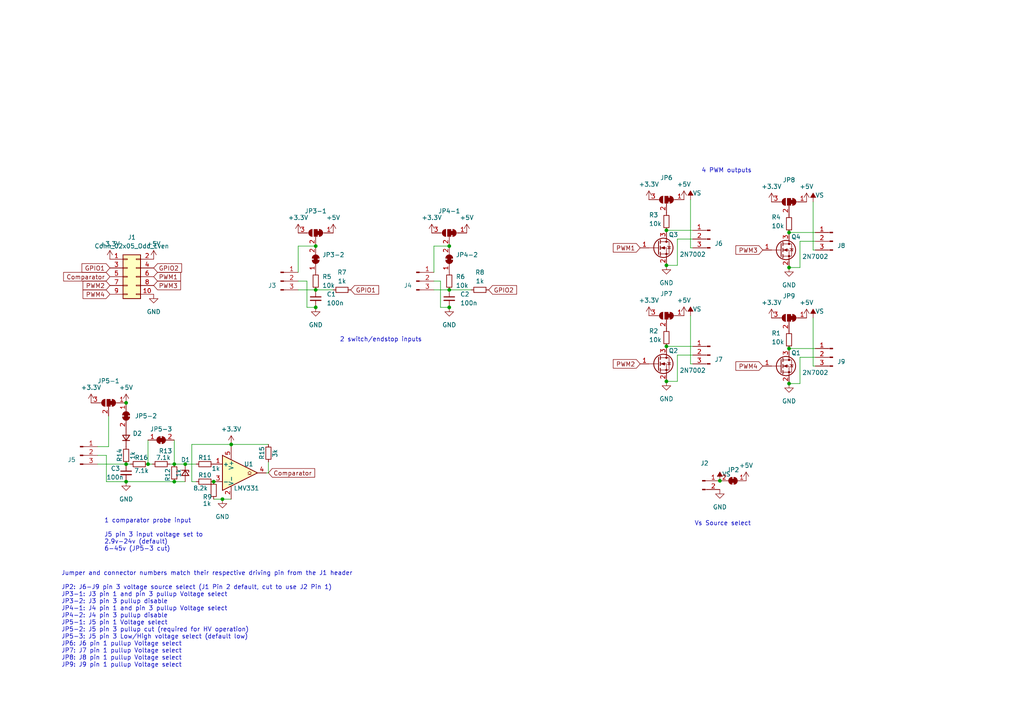
<source format=kicad_sch>
(kicad_sch (version 20230121) (generator eeschema)
  (paper "A4")
  (lib_symbols
    (symbol "Comparator:LMV331" (pin_names (offset 0.127))
      (property "Reference" "U" (at 1.27 5.08 0))
      (property "Value" "LMV331" (at 3.81 -5.08 0))
      (symbol "LMV331_0_1"
        (polyline (pts (xy -5.08 5.08) (xy 5.08 0) (xy -5.08 -5.08) (xy -5.08 5.08)) (stroke (width 0.254)) (fill (type background)))
        (polyline (pts (xy 3.302 -0.508) (xy 2.794 -0.508) (xy 3.302 0) (xy 2.794 0.508) (xy 2.286 0) (xy 2.794 -0.508) (xy 2.286 -0.508)) (stroke (width 0.127)))
      )
      (symbol "LMV331_1_1"
        (pin input line (at -7.62 2.54 0) (length 2.54) (name "+") (number "1"))
        (pin power_in line (at -2.54 -7.62 90) (length 3.81) (name "V-") (number "2"))
        (pin input line (at -7.62 -2.54 0) (length 2.54) (name "-") (number "3"))
        (pin open_collector line (at 7.62 0 180) (length 2.54) (name "~") (number "4"))
        (pin power_in line (at -2.54 7.62 270) (length 3.81) (name "V+") (number "5"))
      )
    )
    (symbol "Connector:Conn_01x02_Pin" (pin_names (offset 1.016) hide)
      (property "Reference" "J" (at 0 2.54 0))
      (property "Value" "Conn_01x02_Pin" (at 0 -5.08 0))
      (symbol "Conn_01x02_Pin_1_1"
        (polyline (pts (xy 1.27 -2.54) (xy 0.8636 -2.54)) (stroke (width 0.1524)))
        (polyline (pts (xy 1.27 0) (xy 0.8636 0)) (stroke (width 0.1524)))
        (rectangle (start 0.8636 -2.413) (end 0 -2.667) (stroke (width 0.1524)) (fill (type outline)))
        (rectangle (start 0.8636 0.127) (end 0 -0.127) (stroke (width 0.1524)) (fill (type outline)))
        (pin passive line (at 5.08 0 180) (length 3.81) (name "Pin_1") (number "1"))
        (pin passive line (at 5.08 -2.54 180) (length 3.81) (name "Pin_2") (number "2"))
      )
    )
    (symbol "Connector:Conn_01x03_Pin" (pin_names (offset 1.016) hide)
      (property "Reference" "J" (at 0 5.08 0))
      (property "Value" "Conn_01x03_Pin" (at 0 -5.08 0))
      (symbol "Conn_01x03_Pin_1_1"
        (polyline (pts (xy 1.27 -2.54) (xy 0.8636 -2.54)) (stroke (width 0.1524)))
        (polyline (pts (xy 1.27 0) (xy 0.8636 0)) (stroke (width 0.1524)))
        (polyline (pts (xy 1.27 2.54) (xy 0.8636 2.54)) (stroke (width 0.1524)))
        (rectangle (start 0.8636 -2.413) (end 0 -2.667) (stroke (width 0.1524)) (fill (type outline)))
        (rectangle (start 0.8636 0.127) (end 0 -0.127) (stroke (width 0.1524)) (fill (type outline)))
        (rectangle (start 0.8636 2.667) (end 0 2.413) (stroke (width 0.1524)) (fill (type outline)))
        (pin passive line (at 5.08 2.54 180) (length 3.81) (name "Pin_1") (number "1"))
        (pin passive line (at 5.08 0 180) (length 3.81) (name "Pin_2") (number "2"))
        (pin passive line (at 5.08 -2.54 180) (length 3.81) (name "Pin_3") (number "3"))
      )
    )
    (symbol "Connector_Generic:Conn_02x05_Odd_Even" (pin_names (offset 1.016) hide)
      (property "Reference" "J" (at 1.27 7.62 0))
      (property "Value" "Conn_02x05_Odd_Even" (at 1.27 -7.62 0))
      (symbol "Conn_02x05_Odd_Even_1_1"
        (rectangle (start -1.27 -4.953) (end 0 -5.207) (stroke (width 0.1524)))
        (rectangle (start -1.27 -2.413) (end 0 -2.667) (stroke (width 0.1524)))
        (rectangle (start -1.27 0.127) (end 0 -0.127) (stroke (width 0.1524)))
        (rectangle (start -1.27 2.667) (end 0 2.413) (stroke (width 0.1524)))
        (rectangle (start -1.27 5.207) (end 0 4.953) (stroke (width 0.1524)))
        (rectangle (start -1.27 6.35) (end 3.81 -6.35) (stroke (width 0.254)) (fill (type background)))
        (rectangle (start 3.81 -4.953) (end 2.54 -5.207) (stroke (width 0.1524)))
        (rectangle (start 3.81 -2.413) (end 2.54 -2.667) (stroke (width 0.1524)))
        (rectangle (start 3.81 0.127) (end 2.54 -0.127) (stroke (width 0.1524)))
        (rectangle (start 3.81 2.667) (end 2.54 2.413) (stroke (width 0.1524)))
        (rectangle (start 3.81 5.207) (end 2.54 4.953) (stroke (width 0.1524)))
        (pin passive line (at -5.08 5.08 0) (length 3.81) (name "Pin_1") (number "1"))
        (pin passive line (at 7.62 -5.08 180) (length 3.81) (name "Pin_10") (number "10"))
        (pin passive line (at 7.62 5.08 180) (length 3.81) (name "Pin_2") (number "2"))
        (pin passive line (at -5.08 2.54 0) (length 3.81) (name "Pin_3") (number "3"))
        (pin passive line (at 7.62 2.54 180) (length 3.81) (name "Pin_4") (number "4"))
        (pin passive line (at -5.08 0 0) (length 3.81) (name "Pin_5") (number "5"))
        (pin passive line (at 7.62 0 180) (length 3.81) (name "Pin_6") (number "6"))
        (pin passive line (at -5.08 -2.54 0) (length 3.81) (name "Pin_7") (number "7"))
        (pin passive line (at 7.62 -2.54 180) (length 3.81) (name "Pin_8") (number "8"))
        (pin passive line (at -5.08 -5.08 0) (length 3.81) (name "Pin_9") (number "9"))
      )
    )
    (symbol "Device:C_Small" (pin_numbers hide) (pin_names (offset 0.254) hide)
      (property "Reference" "C" (at 0.254 1.778 0))
      (property "Value" "C_Small" (at 0.254 -2.032 0))
      (symbol "C_Small_0_1"
        (polyline (pts (xy -1.524 -0.508) (xy 1.524 -0.508)) (stroke (width 0.3302)))
        (polyline (pts (xy -1.524 0.508) (xy 1.524 0.508)) (stroke (width 0.3048)))
      )
      (symbol "C_Small_1_1"
        (pin passive line (at 0 2.54 270) (length 2.032) (name "~") (number "1"))
        (pin passive line (at 0 -2.54 90) (length 2.032) (name "~") (number "2"))
      )
    )
    (symbol "Device:D_Small" (pin_numbers hide) (pin_names (offset 0.254) hide)
      (property "Reference" "D" (at -1.27 2.032 0))
      (property "Value" "D_Small" (at -3.81 -2.032 0))
      (symbol "D_Small_0_1"
        (polyline (pts (xy -0.762 -1.016) (xy -0.762 1.016)) (stroke (width 0.254)))
        (polyline (pts (xy -0.762 0) (xy 0.762 0)))
        (polyline (pts (xy 0.762 -1.016) (xy -0.762 0) (xy 0.762 1.016) (xy 0.762 -1.016)) (stroke (width 0.254)))
      )
      (symbol "D_Small_1_1"
        (pin passive line (at -2.54 0 0) (length 1.778) (name "K") (number "1"))
        (pin passive line (at 2.54 0 180) (length 1.778) (name "A") (number "2"))
      )
    )
    (symbol "Device:D_Zener_Small" (pin_numbers hide) (pin_names (offset 0.254) hide)
      (property "Reference" "D" (at 0 2.286 0))
      (property "Value" "D_Zener_Small" (at 0 -2.286 0))
      (symbol "D_Zener_Small_0_1"
        (polyline (pts (xy 0.762 0) (xy -0.762 0)))
        (polyline (pts (xy -0.254 1.016) (xy -0.762 1.016) (xy -0.762 -1.016)) (stroke (width 0.254)))
        (polyline (pts (xy 0.762 1.016) (xy -0.762 0) (xy 0.762 -1.016) (xy 0.762 1.016)) (stroke (width 0.254)))
      )
      (symbol "D_Zener_Small_1_1"
        (pin passive line (at -2.54 0 0) (length 1.778) (name "K") (number "1"))
        (pin passive line (at 2.54 0 180) (length 1.778) (name "A") (number "2"))
      )
    )
    (symbol "Device:R_Small" (pin_numbers hide) (pin_names (offset 0.254) hide)
      (property "Reference" "R" (at 0.762 0.508 0))
      (property "Value" "R_Small" (at 0.762 -1.016 0))
      (symbol "R_Small_0_1"
        (rectangle (start -0.762 1.778) (end 0.762 -1.778) (stroke (width 0.2032)))
      )
      (symbol "R_Small_1_1"
        (pin passive line (at 0 2.54 270) (length 0.762) (name "~") (number "1"))
        (pin passive line (at 0 -2.54 90) (length 0.762) (name "~") (number "2"))
      )
    )
    (symbol "Jumper:SolderJumper_2_Bridged" (pin_names (offset 0) hide)
      (property "Reference" "JP" (at 0 2.032 0))
      (property "Value" "SolderJumper_2_Bridged" (at 0 -2.54 0))
      (symbol "SolderJumper_2_Bridged_0_1"
        (rectangle (start -0.508 0.508) (end 0.508 -0.508) (fill (type outline)))
        (arc (start -0.254 1.016) (mid -1.2656 0) (end -0.254 -1.016))
        (arc (start -0.254 1.016) (mid -1.2656 0) (end -0.254 -1.016) (fill (type outline)))
        (polyline (pts (xy -0.254 1.016) (xy -0.254 -1.016)))
        (polyline (pts (xy 0.254 1.016) (xy 0.254 -1.016)))
        (arc (start 0.254 -1.016) (mid 1.2656 0) (end 0.254 1.016))
        (arc (start 0.254 -1.016) (mid 1.2656 0) (end 0.254 1.016) (fill (type outline)))
      )
      (symbol "SolderJumper_2_Bridged_1_1"
        (pin passive line (at -3.81 0 0) (length 2.54) (name "A") (number "1"))
        (pin passive line (at 3.81 0 180) (length 2.54) (name "B") (number "2"))
      )
    )
    (symbol "Jumper:SolderJumper_3_Bridged12" (pin_names (offset 0) hide)
      (property "Reference" "JP" (at -2.54 -2.54 0))
      (property "Value" "SolderJumper_3_Bridged12" (at 0 2.794 0))
      (symbol "SolderJumper_3_Bridged12_0_1"
        (rectangle (start -1.016 0.508) (end -0.508 -0.508) (fill (type outline)))
        (arc (start -1.016 1.016) (mid -2.0276 0) (end -1.016 -1.016))
        (arc (start -1.016 1.016) (mid -2.0276 0) (end -1.016 -1.016) (fill (type outline)))
        (rectangle (start -0.508 1.016) (end 0.508 -1.016) (fill (type outline)))
        (polyline (pts (xy -2.54 0) (xy -2.032 0)))
        (polyline (pts (xy -1.016 1.016) (xy -1.016 -1.016)))
        (polyline (pts (xy 0 -1.27) (xy 0 -1.016)))
        (polyline (pts (xy 1.016 1.016) (xy 1.016 -1.016)))
        (polyline (pts (xy 2.54 0) (xy 2.032 0)))
        (arc (start 1.016 -1.016) (mid 2.0276 0) (end 1.016 1.016))
        (arc (start 1.016 -1.016) (mid 2.0276 0) (end 1.016 1.016) (fill (type outline)))
      )
      (symbol "SolderJumper_3_Bridged12_1_1"
        (pin passive line (at -5.08 0 0) (length 2.54) (name "A") (number "1"))
        (pin passive line (at 0 -3.81 90) (length 2.54) (name "C") (number "2"))
        (pin passive line (at 5.08 0 180) (length 2.54) (name "B") (number "3"))
      )
    )
    (symbol "Transistor_FET:2N7002" (pin_names hide)
      (property "Reference" "Q" (at 5.08 1.905 0))
      (property "Value" "2N7002" (at 5.08 0 0))
      (symbol "2N7002_0_1"
        (polyline (pts (xy 0.254 0) (xy -2.54 0)))
        (polyline (pts (xy 0.254 1.905) (xy 0.254 -1.905)) (stroke (width 0.254)))
        (polyline (pts (xy 0.762 -1.27) (xy 0.762 -2.286)) (stroke (width 0.254)))
        (polyline (pts (xy 0.762 0.508) (xy 0.762 -0.508)) (stroke (width 0.254)))
        (polyline (pts (xy 0.762 2.286) (xy 0.762 1.27)) (stroke (width 0.254)))
        (polyline (pts (xy 2.54 2.54) (xy 2.54 1.778)))
        (polyline (pts (xy 2.54 -2.54) (xy 2.54 0) (xy 0.762 0)))
        (polyline (pts (xy 0.762 -1.778) (xy 3.302 -1.778) (xy 3.302 1.778) (xy 0.762 1.778)))
        (polyline (pts (xy 1.016 0) (xy 2.032 0.381) (xy 2.032 -0.381) (xy 1.016 0)) (fill (type outline)))
        (polyline (pts (xy 2.794 0.508) (xy 2.921 0.381) (xy 3.683 0.381) (xy 3.81 0.254)))
        (polyline (pts (xy 3.302 0.381) (xy 2.921 -0.254) (xy 3.683 -0.254) (xy 3.302 0.381)))
        (circle (center 1.651 0) (radius 2.794) (stroke (width 0.254)))
        (circle (center 2.54 -1.778) (radius 0.254) (fill (type outline)))
        (circle (center 2.54 1.778) (radius 0.254) (fill (type outline)))
      )
      (symbol "2N7002_1_1"
        (pin input line (at -5.08 0 0) (length 2.54) (name "G") (number "1"))
        (pin passive line (at 2.54 -5.08 90) (length 2.54) (name "S") (number "2"))
        (pin passive line (at 2.54 5.08 270) (length 2.54) (name "D") (number "3"))
      )
    )
    (symbol "power:+3.3V" (power) (pin_names (offset 0))
      (property "Value" "+3.3V" (at 0 3.556 0))
      (symbol "+3.3V_0_1"
        (polyline (pts (xy -0.762 1.27) (xy 0 2.54)))
        (polyline (pts (xy 0 0) (xy 0 2.54)))
        (polyline (pts (xy 0 2.54) (xy 0.762 1.27)))
      )
      (symbol "+3.3V_1_1"
        (pin power_in line (at 0 0 90) (length 0) hide (name "+3.3V") (number "1"))
      )
    )
    (symbol "power:+5V" (power) (pin_names (offset 0))
      (property "Value" "+5V" (at 0 3.556 0))
      (symbol "+5V_0_1"
        (polyline (pts (xy -0.762 1.27) (xy 0 2.54)))
        (polyline (pts (xy 0 0) (xy 0 2.54)))
        (polyline (pts (xy 0 2.54) (xy 0.762 1.27)))
      )
      (symbol "+5V_1_1"
        (pin power_in line (at 0 0 90) (length 0) hide (name "+5V") (number "1"))
      )
    )
    (symbol "power:GND" (power) (pin_names (offset 0))
      (property "Value" "GND" (at 0 -3.81 0))
      (symbol "GND_0_1"
        (polyline (pts (xy 0 0) (xy 0 -1.27) (xy 1.27 -1.27) (xy 0 -2.54) (xy -1.27 -1.27) (xy 0 -1.27)))
      )
      (symbol "GND_1_1"
        (pin power_in line (at 0 0 270) (length 0) hide (name "GND") (number "1"))
      )
    )
    (symbol "power:VS" (power) (pin_names (offset 0))
      (property "Value" "VS" (at 0 3.81 0))
      (symbol "VS_0_1"
        (polyline (pts (xy 0 0) (xy 0 2.54)))
        (polyline (pts (xy 0.762 1.27) (xy -0.762 1.27) (xy 0 2.54) (xy 0.762 1.27)) (fill (type outline)))
      )
      (symbol "VS_1_1"
        (pin power_in line (at 0 0 90) (length 0) hide (name "VS") (number "1"))
      )
    )
  )
  (junction (at 228.854 77.597))
  (junction (at 193.294 110.617))
  (junction (at 193.294 76.962))
  (junction (at 50.546 139.7))
  (junction (at 193.294 100.457))
  (junction (at 36.576 139.7))
  (junction (at 91.567 84.074))
  (junction (at 50.546 134.62))
  (junction (at 61.976 139.7))
  (junction (at 228.854 67.437))
  (junction (at 36.576 134.62))
  (junction (at 130.302 71.374))
  (junction (at 228.854 111.252))
  (junction (at 228.854 101.092))
  (junction (at 130.302 89.154))
  (junction (at 53.721 134.62))
  (junction (at 130.302 84.074))
  (junction (at 208.788 139.446))
  (junction (at 36.576 116.84))
  (junction (at 42.926 134.62))
  (junction (at 67.056 128.905))
  (junction (at 64.516 144.78))
  (junction (at 91.567 71.374))
  (junction (at 193.294 66.802))
  (junction (at 91.567 89.154))
  (wire (pts (xy 200.914 69.342) (xy 196.469 69.342)))
  (wire (pts (xy 200.914 71.882) (xy 200.279 71.882)))
  (wire (pts (xy 235.839 58.547) (xy 235.839 72.517)))
  (wire (pts (xy 49.276 134.62) (xy 50.546 134.62)))
  (wire (pts (xy 28.321 132.08) (xy 30.861 132.08)))
  (wire (pts (xy 77.851 133.985) (xy 77.851 137.16)))
  (wire (pts (xy 130.302 84.074) (xy 136.652 84.074)))
  (wire (pts (xy 200.914 102.997) (xy 196.469 102.997)))
  (wire (pts (xy 125.857 81.534) (xy 127.762 81.534)))
  (wire (pts (xy 232.029 77.597) (xy 228.854 77.597)))
  (wire (pts (xy 36.576 139.7) (xy 50.546 139.7)))
  (wire (pts (xy 196.469 102.997) (xy 196.469 110.617)))
  (wire (pts (xy 228.854 101.092) (xy 236.474 101.092)))
  (wire (pts (xy 53.721 134.62) (xy 56.896 134.62)))
  (wire (pts (xy 236.474 106.172) (xy 235.839 106.172)))
  (wire (pts (xy 67.056 128.905) (xy 77.851 128.905)))
  (wire (pts (xy 196.469 69.342) (xy 196.469 76.962)))
  (wire (pts (xy 30.861 132.08) (xy 30.861 139.7)))
  (wire (pts (xy 86.487 71.374) (xy 86.487 78.994)))
  (wire (pts (xy 77.851 137.16) (xy 77.216 137.16)))
  (wire (pts (xy 196.469 76.962) (xy 193.294 76.962)))
  (wire (pts (xy 236.474 69.977) (xy 232.029 69.977)))
  (wire (pts (xy 91.567 84.074) (xy 96.647 84.074)))
  (wire (pts (xy 232.029 69.977) (xy 232.029 77.597)))
  (wire (pts (xy 193.294 100.457) (xy 200.914 100.457)))
  (wire (pts (xy 235.839 92.202) (xy 235.839 106.172)))
  (wire (pts (xy 55.626 128.905) (xy 67.056 128.905)))
  (wire (pts (xy 127.762 81.534) (xy 127.762 89.154)))
  (wire (pts (xy 67.056 128.905) (xy 67.056 129.54)))
  (wire (pts (xy 236.474 72.517) (xy 235.839 72.517)))
  (wire (pts (xy 232.029 103.632) (xy 232.029 111.252)))
  (wire (pts (xy 42.926 134.62) (xy 44.196 134.62)))
  (wire (pts (xy 55.626 139.7) (xy 56.896 139.7)))
  (wire (pts (xy 28.321 134.62) (xy 36.576 134.62)))
  (wire (pts (xy 50.546 139.7) (xy 53.721 139.7)))
  (wire (pts (xy 125.857 71.374) (xy 130.302 71.374)))
  (wire (pts (xy 232.029 111.252) (xy 228.854 111.252)))
  (wire (pts (xy 200.914 105.537) (xy 200.279 105.537)))
  (wire (pts (xy 86.487 84.074) (xy 91.567 84.074)))
  (wire (pts (xy 61.976 144.78) (xy 64.516 144.78)))
  (wire (pts (xy 200.279 91.567) (xy 200.279 105.537)))
  (wire (pts (xy 196.469 110.617) (xy 193.294 110.617)))
  (wire (pts (xy 31.496 129.54) (xy 28.321 129.54)))
  (wire (pts (xy 31.496 120.65) (xy 31.496 129.54)))
  (wire (pts (xy 30.861 139.7) (xy 36.576 139.7)))
  (wire (pts (xy 89.027 81.534) (xy 89.027 89.154)))
  (wire (pts (xy 86.487 71.374) (xy 91.567 71.374)))
  (wire (pts (xy 125.857 84.074) (xy 130.302 84.074)))
  (wire (pts (xy 36.576 134.62) (xy 37.846 134.62)))
  (wire (pts (xy 42.926 127.635) (xy 42.926 134.62)))
  (wire (pts (xy 193.294 66.802) (xy 200.914 66.802)))
  (wire (pts (xy 200.279 57.912) (xy 200.279 71.882)))
  (wire (pts (xy 89.027 89.154) (xy 91.567 89.154)))
  (wire (pts (xy 64.516 144.78) (xy 67.056 144.78)))
  (wire (pts (xy 127.762 89.154) (xy 130.302 89.154)))
  (wire (pts (xy 86.487 81.534) (xy 89.027 81.534)))
  (wire (pts (xy 228.854 67.437) (xy 236.474 67.437)))
  (wire (pts (xy 55.626 128.905) (xy 55.626 139.7)))
  (wire (pts (xy 236.474 103.632) (xy 232.029 103.632)))
  (wire (pts (xy 125.857 78.994) (xy 125.857 71.374)))
  (wire (pts (xy 50.546 134.62) (xy 53.721 134.62)))
  (wire (pts (xy 50.546 127.635) (xy 50.546 134.62)))
  (text "4 PWM outputs" (at 203.454 50.292 0) (effects (font (size 1.27 1.27)) (justify left bottom)))
  (text "Vs Source select" (at 201.422 152.654 0) (effects (font (size 1.27 1.27)) (justify left bottom)))
  (text "2 switch/endstop inputs" (at 98.552 99.314 0) (effects (font (size 1.27 1.27)) (justify left bottom)))
  (text "Jumper and connector numbers match their respective driving pin from the J1 header\n\nJP2: J6-J9 pin 3 voltage source select (J1 Pin 2 default, cut to use J2 Pin 1)\nJP3-1: J3 pin 1 and pin 3 pullup Voltage select\nJP3-2: J3 pin 3 pullup disable\nJP4-1: J4 pin 1 and pin 3 pullup Voltage select\nJP4-2: J4 pin 3 pullup disable\nJP5-1: J5 pin 1 Voltage select\nJP5-2: J5 pin 3 pullup cut (required for HV operation)\nJP5-3: J5 pin 3 Low/High voltage select (default low)\nJP6: J6 pin 1 pullup Voltage select\nJP7: J7 pin 1 pullup Voltage select\nJP8: J8 pin 1 pullup Voltage select\nJP9: J9 pin 1 pullup Voltage select\n" (at 17.78 193.675 0) (effects (font (size 1.27 1.27)) (justify left bottom)))
  (text "1 comparator probe input\n\nJ5 pin 3 input voltage set to\n2.9v-24v (default)\n6-45v (JP5-3 cut)" (at 30.226 160.02 0) (effects (font (size 1.27 1.27)) (justify left bottom)))
  (global_label "PWM4" (shape input) (at 221.234 106.172 180) (property "Intersheetrefs" "${INTERSHEET_REFS}" (effects hide)))
  (global_label "GPIO2" (shape input) (at 141.732 84.074 0) (property "Intersheetrefs" "${INTERSHEET_REFS}" (effects hide)))
  (global_label "Comparator" (shape input) (at 31.877 80.264 180) (property "Intersheetrefs" "${INTERSHEET_REFS}" (effects hide)))
  (global_label "PWM4" (shape input) (at 31.877 85.344 180) (property "Intersheetrefs" "${INTERSHEET_REFS}" (effects hide)))
  (global_label "PWM3" (shape input) (at 44.577 82.804 0) (property "Intersheetrefs" "${INTERSHEET_REFS}" (effects hide)))
  (global_label "GPIO2" (shape input) (at 44.577 77.724 0) (property "Intersheetrefs" "${INTERSHEET_REFS}" (effects hide)))
  (global_label "PWM1" (shape input) (at 44.577 80.264 0) (property "Intersheetrefs" "${INTERSHEET_REFS}" (effects hide)))
  (global_label "PWM2" (shape input) (at 31.877 82.804 180) (property "Intersheetrefs" "${INTERSHEET_REFS}" (effects hide)))
  (global_label "Comparator" (shape input) (at 77.851 137.16 0) (property "Intersheetrefs" "${INTERSHEET_REFS}" (effects hide)))
  (global_label "PWM2" (shape input) (at 185.674 105.537 180) (property "Intersheetrefs" "${INTERSHEET_REFS}" (effects hide)))
  (global_label "PWM3" (shape input) (at 221.234 72.517 180) (property "Intersheetrefs" "${INTERSHEET_REFS}" (effects hide)))
  (global_label "GPIO1" (shape input) (at 101.727 84.074 0) (property "Intersheetrefs" "${INTERSHEET_REFS}" (effects hide)))
  (global_label "PWM1" (shape input) (at 185.674 71.882 180) (property "Intersheetrefs" "${INTERSHEET_REFS}" (effects hide)))
  (global_label "GPIO1" (shape input) (at 31.877 77.724 180) (property "Intersheetrefs" "${INTERSHEET_REFS}" (effects hide)))
  (symbol (lib_id "Jumper:SolderJumper_3_Bridged12") (at 228.854 92.202 0) (mirror y) (unit 1)
    (property "Reference" "JP9" (at 228.854 85.852 0))
    (property "Value" "SolderJumper_3_Bridged12" (effects hide))
    (property "Footprint" "Jumper:SolderJumper-3_P1.3mm_Bridged12_RoundedPad1.0x1.5mm" (effects hide))
  )
  (symbol (lib_id "power:GND") (at 208.788 141.986 0) (unit 1)
    (property "Reference" "#PWR032" (effects hide))
    (property "Value" "GND" (at 208.788 147.066 0))
  )
  (symbol (lib_id "Jumper:SolderJumper_2_Bridged") (at 36.576 120.65 270) (unit 1)
    (property "Reference" "JP5-2" (at 39.116 120.65 90) (effects (justify left)))
    (property "Value" "SolderJumper_2_Bridged" (effects hide))
    (property "Footprint" "Jumper:SolderJumper-2_P1.3mm_Bridged_RoundedPad1.0x1.5mm" (effects hide))
  )
  (symbol (lib_id "power:GND") (at 228.854 111.252 0) (unit 1)
    (property "Reference" "#PWR03" (effects hide))
    (property "Value" "GND" (at 228.854 116.332 0))
  )
  (symbol (lib_id "Connector_Generic:Conn_02x05_Odd_Even") (at 36.957 80.264 0) (unit 1)
    (property "Reference" "J1" (at 38.227 68.834 0))
    (property "Value" "Conn_02x05_Odd_Even" (at 38.227 71.374 0))
    (property "Footprint" "Connector_PinHeader_1.27mm:PinHeader_2x05_P1.27mm_Vertical_SMD" (effects hide))
  )
  (symbol (lib_id "power:VS") (at 208.788 139.446 0) (unit 1)
    (property "Reference" "#PWR031" (effects hide))
    (property "Value" "VS" (at 210.693 137.541 0))
  )
  (symbol (lib_id "Comparator:LMV331") (at 69.596 137.16 0) (unit 1)
    (property "Reference" "U1" (at 72.136 134.62 0))
    (property "Value" "LMV331" (at 71.501 141.605 0))
    (property "Footprint" "Package_TO_SOT_SMD:SOT-23-5" (effects hide))
    (property "Datasheet" "http://www.ti.com/lit/ds/symlink/lmv331.pdf" (effects hide))
  )
  (symbol (lib_id "power:+3.3V") (at 26.416 116.84 0) (unit 1)
    (property "Reference" "#PWR025" (effects hide))
    (property "Value" "+3.3V" (at 26.416 112.395 0))
  )
  (symbol (lib_id "power:+5V") (at 135.382 67.564 0) (unit 1)
    (property "Reference" "#PWR024" (effects hide))
    (property "Value" "+5V" (at 135.382 63.119 0))
  )
  (symbol (lib_id "Transistor_FET:2N7002") (at 226.314 106.172 0) (unit 1)
    (property "Reference" "Q1" (at 229.489 102.362 0) (effects (justify left)))
    (property "Value" "2N7002" (at 232.664 108.077 0) (effects (justify left)))
    (property "Footprint" "Package_TO_SOT_SMD:SOT-23" (effects hide))
    (property "Datasheet" "https://www.onsemi.com/pub/Collateral/NDS7002A-D.PDF" (effects hide))
  )
  (symbol (lib_id "power:+3.3V") (at 188.214 57.912 0) (unit 1)
    (property "Reference" "#PWR09" (effects hide))
    (property "Value" "+3.3V" (at 188.214 53.467 0))
  )
  (symbol (lib_id "Device:R_Small") (at 46.736 134.62 90) (unit 1)
    (property "Reference" "R13" (at 48.006 130.81 90))
    (property "Value" "7.1k" (at 47.371 132.715 90))
    (property "Footprint" "Resistor_SMD:R_0402_1005Metric" (effects hide))
  )
  (symbol (lib_id "power:+5V") (at 233.934 58.547 0) (unit 1)
    (property "Reference" "#PWR015" (effects hide))
    (property "Value" "+5V" (at 233.934 54.102 0))
  )
  (symbol (lib_id "power:GND") (at 193.294 110.617 0) (unit 1)
    (property "Reference" "#PWR07" (effects hide))
    (property "Value" "GND" (at 193.294 115.697 0))
  )
  (symbol (lib_id "Jumper:SolderJumper_2_Bridged") (at 91.567 75.184 90) (unit 1)
    (property "Reference" "JP3-2" (at 93.472 73.914 90) (effects (justify right)))
    (property "Value" "SolderJumper_2_Bridged" (effects hide))
    (property "Footprint" "Jumper:SolderJumper-2_P1.3mm_Bridged_RoundedPad1.0x1.5mm" (effects hide))
  )
  (symbol (lib_id "Device:R_Small") (at 40.386 134.62 90) (unit 1)
    (property "Reference" "R16" (at 41.021 132.715 90))
    (property "Value" "7.1k" (at 41.021 136.525 90))
    (property "Footprint" "Resistor_SMD:R_0402_1005Metric" (effects hide))
  )
  (symbol (lib_id "Device:R_Small") (at 130.302 81.534 0) (unit 1)
    (property "Reference" "R6" (at 132.207 80.264 0) (effects (justify left)))
    (property "Value" "10k" (at 132.207 82.804 0) (effects (justify left)))
    (property "Footprint" "Resistor_SMD:R_0402_1005Metric" (effects hide))
  )
  (symbol (lib_id "Jumper:SolderJumper_2_Bridged") (at 212.598 139.446 180) (unit 1)
    (property "Reference" "JP2" (at 212.598 136.271 0))
    (property "Value" "SolderJumper_2_Bridged" (effects hide))
    (property "Footprint" "Jumper:SolderJumper-2_P1.3mm_Bridged_RoundedPad1.0x1.5mm" (effects hide))
  )
  (symbol (lib_id "power:+3.3V") (at 188.214 91.567 0) (unit 1)
    (property "Reference" "#PWR02" (effects hide))
    (property "Value" "+3.3V" (at 188.214 87.122 0))
  )
  (symbol (lib_id "Device:C_Small") (at 36.576 137.16 0) (unit 1)
    (property "Reference" "C3" (at 32.131 135.89 0) (effects (justify left)))
    (property "Value" "100n" (at 30.861 138.43 0) (effects (justify left)))
    (property "Footprint" "Capacitor_SMD:C_0402_1005Metric" (effects hide))
  )
  (symbol (lib_id "Device:R_Small") (at 61.976 142.24 0) (unit 1)
    (property "Reference" "R9" (at 58.801 144.145 0) (effects (justify left)))
    (property "Value" "1k" (at 58.801 146.05 0) (effects (justify left)))
    (property "Footprint" "Resistor_SMD:R_0402_1005Metric" (effects hide))
  )
  (symbol (lib_id "Jumper:SolderJumper_3_Bridged12") (at 193.294 91.567 0) (mirror y) (unit 1)
    (property "Reference" "JP7" (at 193.294 85.217 0))
    (property "Value" "SolderJumper_3_Bridged12" (effects hide))
    (property "Footprint" "Jumper:SolderJumper-3_P1.3mm_Bridged12_RoundedPad1.0x1.5mm" (effects hide))
  )
  (symbol (lib_id "power:GND") (at 130.302 89.154 0) (unit 1)
    (property "Reference" "#PWR020" (effects hide))
    (property "Value" "GND" (at 130.302 94.234 0))
  )
  (symbol (lib_id "power:+5V") (at 216.408 139.446 0) (unit 1)
    (property "Reference" "#PWR033" (effects hide))
    (property "Value" "+5V" (at 216.408 135.001 0))
  )
  (symbol (lib_id "Jumper:SolderJumper_3_Bridged12") (at 228.854 58.547 0) (mirror y) (unit 1)
    (property "Reference" "JP8" (at 228.854 52.197 0))
    (property "Value" "SolderJumper_3_Bridged12" (effects hide))
    (property "Footprint" "Jumper:SolderJumper-3_P1.3mm_Bridged12_RoundedPad1.0x1.5mm" (effects hide))
  )
  (symbol (lib_id "Connector:Conn_01x03_Pin") (at 81.407 81.534 0) (unit 1)
    (property "Reference" "J3" (at 80.137 82.804 0) (effects (justify right)))
    (property "Value" "Conn_01x03_Pin" (effects hide))
    (property "Footprint" "Connector_Molex:Molex_KK-254_AE-6410-03A_1x03_P2.54mm_Vertical" (effects hide))
  )
  (symbol (lib_id "power:VS") (at 235.839 92.202 0) (unit 1)
    (property "Reference" "#PWR010" (effects hide))
    (property "Value" "VS" (at 237.744 90.297 0))
  )
  (symbol (lib_id "Jumper:SolderJumper_3_Bridged12") (at 91.567 67.564 0) (mirror y) (unit 1)
    (property "Reference" "JP3-1" (at 91.567 61.214 0))
    (property "Value" "SolderJumper_3_Bridged12" (effects hide))
    (property "Footprint" "Jumper:SolderJumper-3_P1.3mm_Bridged12_RoundedPad1.0x1.5mm" (effects hide))
  )
  (symbol (lib_id "power:GND") (at 36.576 139.7 0) (unit 1)
    (property "Reference" "#PWR028" (effects hide))
    (property "Value" "GND" (at 36.576 144.78 0))
  )
  (symbol (lib_id "power:+5V") (at 44.577 75.184 0) (unit 1)
    (property "Reference" "#PWR05" (effects hide))
    (property "Value" "+5V" (at 44.577 70.739 0))
  )
  (symbol (lib_id "Device:R_Small") (at 193.294 97.917 0) (unit 1)
    (property "Reference" "R2" (at 188.214 96.012 0) (effects (justify left)))
    (property "Value" "10k" (at 188.214 98.552 0) (effects (justify left)))
    (property "Footprint" "Resistor_SMD:R_0402_1005Metric" (effects hide))
  )
  (symbol (lib_id "Connector:Conn_01x03_Pin") (at 241.554 69.977 0) (mirror y) (unit 1)
    (property "Reference" "J8" (at 242.824 71.247 0) (effects (justify right)))
    (property "Value" "Conn_01x03_Pin" (effects hide))
    (property "Footprint" "Connector_Molex:Molex_KK-254_AE-6410-03A_1x03_P2.54mm_Vertical" (effects hide))
  )
  (symbol (lib_id "Jumper:SolderJumper_3_Bridged12") (at 31.496 116.84 0) (mirror y) (unit 1)
    (property "Reference" "JP5-1" (at 31.496 110.49 0))
    (property "Value" "SolderJumper_3_Bridged12" (effects hide))
    (property "Footprint" "Jumper:SolderJumper-3_P1.3mm_Bridged12_RoundedPad1.0x1.5mm" (effects hide))
  )
  (symbol (lib_id "Device:C_Small") (at 91.567 86.614 0) (unit 1)
    (property "Reference" "C1" (at 94.742 85.3503 0) (effects (justify left)))
    (property "Value" "100n" (at 94.742 87.8903 0) (effects (justify left)))
    (property "Footprint" "Capacitor_SMD:C_0402_1005Metric" (effects hide))
  )
  (symbol (lib_id "Device:R_Small") (at 59.436 139.7 270) (unit 1)
    (property "Reference" "R10" (at 59.436 137.795 90))
    (property "Value" "8.2k" (at 58.166 141.605 90))
    (property "Footprint" "Resistor_SMD:R_0402_1005Metric" (effects hide))
  )
  (symbol (lib_id "Connector:Conn_01x03_Pin") (at 241.554 103.632 0) (mirror y) (unit 1)
    (property "Reference" "J9" (at 242.824 104.902 0) (effects (justify right)))
    (property "Value" "Conn_01x03_Pin" (effects hide))
    (property "Footprint" "Connector_Molex:Molex_KK-254_AE-6410-03A_1x03_P2.54mm_Vertical" (effects hide))
  )
  (symbol (lib_id "power:+5V") (at 198.374 91.567 0) (unit 1)
    (property "Reference" "#PWR08" (effects hide))
    (property "Value" "+5V" (at 198.374 87.122 0))
  )
  (symbol (lib_id "Jumper:SolderJumper_3_Bridged12") (at 193.294 57.912 0) (mirror y) (unit 1)
    (property "Reference" "JP6" (at 193.294 51.562 0))
    (property "Value" "SolderJumper_3_Bridged12" (effects hide))
    (property "Footprint" "Jumper:SolderJumper-3_P1.3mm_Bridged12_RoundedPad1.0x1.5mm" (effects hide))
  )
  (symbol (lib_id "Device:R_Small") (at 139.192 84.074 90) (unit 1)
    (property "Reference" "R8" (at 139.192 78.994 90))
    (property "Value" "1k" (at 139.192 81.534 90))
    (property "Footprint" "Resistor_SMD:R_0402_1005Metric" (effects hide))
  )
  (symbol (lib_id "power:+3.3V") (at 223.774 58.547 0) (unit 1)
    (property "Reference" "#PWR013" (effects hide))
    (property "Value" "+3.3V" (at 223.774 54.102 0))
  )
  (symbol (lib_id "Transistor_FET:2N7002") (at 226.314 72.517 0) (unit 1)
    (property "Reference" "Q4" (at 229.489 68.707 0) (effects (justify left)))
    (property "Value" "2N7002" (at 232.664 74.422 0) (effects (justify left)))
    (property "Footprint" "Package_TO_SOT_SMD:SOT-23" (effects hide))
    (property "Datasheet" "https://www.onsemi.com/pub/Collateral/NDS7002A-D.PDF" (effects hide))
  )
  (symbol (lib_id "Device:C_Small") (at 130.302 86.614 0) (unit 1)
    (property "Reference" "C2" (at 133.477 85.3503 0) (effects (justify left)))
    (property "Value" "100n" (at 133.477 87.8903 0) (effects (justify left)))
    (property "Footprint" "Capacitor_SMD:C_0402_1005Metric" (effects hide))
  )
  (symbol (lib_id "power:+3.3V") (at 223.774 92.202 0) (unit 1)
    (property "Reference" "#PWR01" (effects hide))
    (property "Value" "+3.3V" (at 223.774 87.757 0))
  )
  (symbol (lib_id "power:VS") (at 235.839 58.547 0) (unit 1)
    (property "Reference" "#PWR030" (effects hide))
    (property "Value" "VS" (at 237.744 56.642 0))
  )
  (symbol (lib_id "Device:R_Small") (at 91.567 81.534 0) (unit 1)
    (property "Reference" "R5" (at 93.472 80.264 0) (effects (justify left)))
    (property "Value" "10k" (at 93.472 82.804 0) (effects (justify left)))
    (property "Footprint" "Resistor_SMD:R_0402_1005Metric" (effects hide))
  )
  (symbol (lib_id "Device:R_Small") (at 99.187 84.074 90) (unit 1)
    (property "Reference" "R7" (at 99.187 78.994 90))
    (property "Value" "1k" (at 99.187 81.534 90))
    (property "Footprint" "Resistor_SMD:R_0402_1005Metric" (effects hide))
  )
  (symbol (lib_id "Transistor_FET:2N7002") (at 190.754 71.882 0) (unit 1)
    (property "Reference" "Q3" (at 193.929 68.072 0) (effects (justify left)))
    (property "Value" "2N7002" (at 197.104 73.787 0) (effects (justify left)))
    (property "Footprint" "Package_TO_SOT_SMD:SOT-23" (effects hide))
    (property "Datasheet" "https://www.onsemi.com/pub/Collateral/NDS7002A-D.PDF" (effects hide))
  )
  (symbol (lib_id "Transistor_FET:2N7002") (at 190.754 105.537 0) (unit 1)
    (property "Reference" "Q2" (at 193.929 101.727 0) (effects (justify left)))
    (property "Value" "2N7002" (at 197.104 107.442 0) (effects (justify left)))
    (property "Footprint" "Package_TO_SOT_SMD:SOT-23" (effects hide))
    (property "Datasheet" "https://www.onsemi.com/pub/Collateral/NDS7002A-D.PDF" (effects hide))
  )
  (symbol (lib_id "power:GND") (at 91.567 89.154 0) (unit 1)
    (property "Reference" "#PWR019" (effects hide))
    (property "Value" "GND" (at 91.567 94.234 0))
  )
  (symbol (lib_id "Device:R_Small") (at 77.851 131.445 0) (unit 1)
    (property "Reference" "R15" (at 75.946 133.35 90) (effects (justify left)))
    (property "Value" "3k" (at 79.756 132.715 90) (effects (justify left)))
    (property "Footprint" "Resistor_SMD:R_0402_1005Metric" (effects hide))
  )
  (symbol (lib_id "Device:R_Small") (at 50.546 137.16 0) (unit 1)
    (property "Reference" "R12" (at 48.641 139.7 90) (effects (justify left)))
    (property "Value" "1k" (at 51.816 138.43 90) (effects (justify left)))
    (property "Footprint" "Resistor_SMD:R_0402_1005Metric" (effects hide))
  )
  (symbol (lib_id "power:+5V") (at 233.934 92.202 0) (unit 1)
    (property "Reference" "#PWR017" (effects hide))
    (property "Value" "+5V" (at 233.934 87.757 0))
  )
  (symbol (lib_id "power:+3.3V") (at 67.056 128.905 0) (unit 1)
    (property "Reference" "#PWR027" (effects hide))
    (property "Value" "+3.3V" (at 67.056 124.46 0))
  )
  (symbol (lib_id "Device:R_Small") (at 36.576 132.08 0) (unit 1)
    (property "Reference" "R14" (at 34.671 133.985 90) (effects (justify left)))
    (property "Value" "1k" (at 38.481 133.35 90) (effects (justify left)))
    (property "Footprint" "Resistor_SMD:R_0402_1005Metric" (effects hide))
  )
  (symbol (lib_id "Connector:Conn_01x03_Pin") (at 205.994 102.997 0) (mirror y) (unit 1)
    (property "Reference" "J7" (at 207.264 104.267 0) (effects (justify right)))
    (property "Value" "Conn_01x03_Pin" (effects hide))
    (property "Footprint" "Connector_Molex:Molex_KK-254_AE-6410-03A_1x03_P2.54mm_Vertical" (effects hide))
  )
  (symbol (lib_id "power:+5V") (at 36.576 116.84 0) (unit 1)
    (property "Reference" "#PWR026" (effects hide))
    (property "Value" "+5V" (at 36.576 112.395 0))
  )
  (symbol (lib_id "power:GND") (at 193.294 76.962 0) (unit 1)
    (property "Reference" "#PWR011" (effects hide))
    (property "Value" "GND" (at 193.294 82.042 0))
  )
  (symbol (lib_id "Device:R_Small") (at 193.294 64.262 0) (unit 1)
    (property "Reference" "R3" (at 188.214 62.357 0) (effects (justify left)))
    (property "Value" "10k" (at 188.214 64.897 0) (effects (justify left)))
    (property "Footprint" "Resistor_SMD:R_0402_1005Metric" (effects hide))
  )
  (symbol (lib_id "power:GND") (at 64.516 144.78 0) (unit 1)
    (property "Reference" "#PWR029" (effects hide))
    (property "Value" "GND" (at 64.516 149.86 0))
  )
  (symbol (lib_id "power:+3.3V") (at 31.877 75.184 0) (unit 1)
    (property "Reference" "#PWR04" (effects hide))
    (property "Value" "+3.3V" (at 31.877 70.739 0))
  )
  (symbol (lib_id "Connector:Conn_01x03_Pin") (at 23.241 132.08 0) (unit 1)
    (property "Reference" "J5" (at 21.971 133.35 0) (effects (justify right)))
    (property "Value" "Conn_01x03_Pin" (effects hide))
    (property "Footprint" "Connector_Molex:Molex_KK-254_AE-6410-03A_1x03_P2.54mm_Vertical" (effects hide))
  )
  (symbol (lib_id "Jumper:SolderJumper_3_Bridged12") (at 130.302 67.564 0) (mirror y) (unit 1)
    (property "Reference" "JP4-1" (at 130.302 61.214 0))
    (property "Value" "SolderJumper_3_Bridged12" (effects hide))
    (property "Footprint" "Jumper:SolderJumper-3_P1.3mm_Bridged12_RoundedPad1.0x1.5mm" (effects hide))
  )
  (symbol (lib_id "power:+5V") (at 198.374 57.912 0) (unit 1)
    (property "Reference" "#PWR016" (effects hide))
    (property "Value" "+5V" (at 198.374 53.467 0))
  )
  (symbol (lib_id "Device:R_Small") (at 59.436 134.62 90) (unit 1)
    (property "Reference" "R11" (at 59.436 132.715 90))
    (property "Value" "1k" (at 62.611 135.89 90))
    (property "Footprint" "Resistor_SMD:R_0402_1005Metric" (effects hide))
  )
  (symbol (lib_id "Device:D_Zener_Small") (at 53.721 137.16 270) (unit 1)
    (property "Reference" "D1" (at 52.451 133.35 90) (effects (justify left)))
    (property "Value" "D_Zener_Small" (effects hide))
    (property "Footprint" "Diode_SMD:D_0402_1005Metric" (effects hide))
  )
  (symbol (lib_id "Jumper:SolderJumper_2_Bridged") (at 130.302 75.184 90) (unit 1)
    (property "Reference" "JP4-2" (at 132.207 73.914 90) (effects (justify right)))
    (property "Value" "SolderJumper_2_Bridged" (effects hide))
    (property "Footprint" "Jumper:SolderJumper-2_P1.3mm_Bridged_RoundedPad1.0x1.5mm" (effects hide))
  )
  (symbol (lib_id "Connector:Conn_01x03_Pin") (at 205.994 69.342 0) (mirror y) (unit 1)
    (property "Reference" "J6" (at 207.264 70.612 0) (effects (justify right)))
    (property "Value" "Conn_01x03_Pin" (effects hide))
    (property "Footprint" "Connector_Molex:Molex_KK-254_AE-6410-03A_1x03_P2.54mm_Vertical" (effects hide))
  )
  (symbol (lib_id "power:VS") (at 200.279 57.912 0) (unit 1)
    (property "Reference" "#PWR012" (effects hide))
    (property "Value" "VS" (at 202.184 56.007 0))
  )
  (symbol (lib_id "power:+5V") (at 96.647 67.564 0) (unit 1)
    (property "Reference" "#PWR022" (effects hide))
    (property "Value" "+5V" (at 96.647 63.119 0))
  )
  (symbol (lib_id "Jumper:SolderJumper_2_Bridged") (at 46.736 127.635 0) (unit 1)
    (property "Reference" "JP5-3" (at 46.736 124.46 0))
    (property "Value" "SolderJumper_2_Bridged" (effects hide))
    (property "Footprint" "Jumper:SolderJumper-2_P1.3mm_Bridged_RoundedPad1.0x1.5mm" (effects hide))
  )
  (symbol (lib_id "Device:R_Small") (at 228.854 64.897 0) (unit 1)
    (property "Reference" "R4" (at 223.774 62.992 0) (effects (justify left)))
    (property "Value" "10k" (at 223.774 65.532 0) (effects (justify left)))
    (property "Footprint" "Resistor_SMD:R_0402_1005Metric" (effects hide))
  )
  (symbol (lib_id "Device:D_Small") (at 36.576 127 90) (unit 1)
    (property "Reference" "D2" (at 38.481 125.73 90) (effects (justify right)))
    (property "Value" "D_Small" (effects hide))
    (property "Footprint" "Diode_SMD:D_SOD-323" (effects hide))
    (property "Sim.Device" "D" (effects hide))
    (property "Sim.Pins" "1=K 2=A" (effects hide))
  )
  (symbol (lib_id "power:+3.3V") (at 86.487 67.564 0) (unit 1)
    (property "Reference" "#PWR021" (effects hide))
    (property "Value" "+3.3V" (at 86.487 63.119 0))
  )
  (symbol (lib_id "Connector:Conn_01x02_Pin") (at 203.708 139.446 0) (unit 1)
    (property "Reference" "J2" (at 204.343 134.366 0))
    (property "Value" "Conn_01x02_Pin" (effects hide))
    (property "Footprint" "Connector_Molex:Molex_KK-254_AE-6410-02A_1x02_P2.54mm_Vertical" (effects hide))
  )
  (symbol (lib_id "power:GND") (at 228.854 77.597 0) (unit 1)
    (property "Reference" "#PWR014" (effects hide))
    (property "Value" "GND" (at 228.854 82.677 0))
  )
  (symbol (lib_id "Device:R_Small") (at 228.854 98.552 0) (unit 1)
    (property "Reference" "R1" (at 223.774 96.647 0) (effects (justify left)))
    (property "Value" "10k" (at 223.774 99.187 0) (effects (justify left)))
    (property "Footprint" "Resistor_SMD:R_0402_1005Metric" (effects hide))
  )
  (symbol (lib_id "power:VS") (at 200.279 91.567 0) (unit 1)
    (property "Reference" "#PWR018" (effects hide))
    (property "Value" "VS" (at 202.184 89.662 0))
  )
  (symbol (lib_id "power:+3.3V") (at 125.222 67.564 0) (unit 1)
    (property "Reference" "#PWR023" (effects hide))
    (property "Value" "+3.3V" (at 125.222 63.119 0))
  )
  (symbol (lib_id "power:GND") (at 44.577 85.344 0) (unit 1)
    (property "Reference" "#PWR06" (effects hide))
    (property "Value" "GND" (at 44.577 90.424 0))
  )
  (symbol (lib_id "Connector:Conn_01x03_Pin") (at 120.777 81.534 0) (unit 1)
    (property "Reference" "J4" (at 119.507 82.804 0) (effects (justify right)))
    (property "Value" "Conn_01x03_Pin" (effects hide))
    (property "Footprint" "Connector_Molex:Molex_KK-254_AE-6410-03A_1x03_P2.54mm_Vertical" (effects hide))
  )
)
</source>
